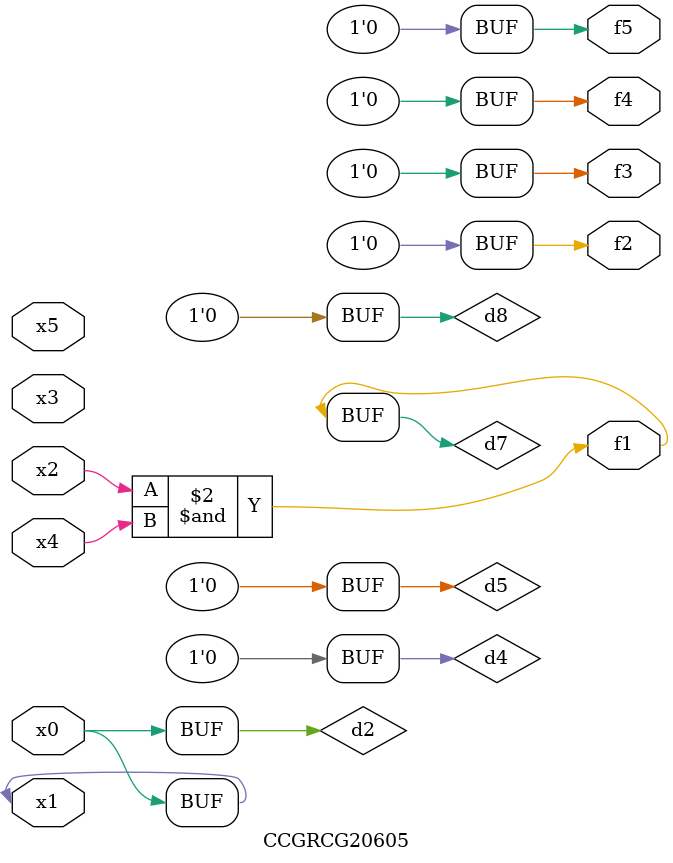
<source format=v>
module CCGRCG20605(
	input x0, x1, x2, x3, x4, x5,
	output f1, f2, f3, f4, f5
);

	wire d1, d2, d3, d4, d5, d6, d7, d8, d9;

	nand (d1, x1);
	buf (d2, x0, x1);
	nand (d3, x2, x4);
	and (d4, d1, d2);
	and (d5, d1, d2);
	nand (d6, d1, d3);
	not (d7, d3);
	xor (d8, d5);
	nor (d9, d5, d6);
	assign f1 = d7;
	assign f2 = d8;
	assign f3 = d8;
	assign f4 = d8;
	assign f5 = d8;
endmodule

</source>
